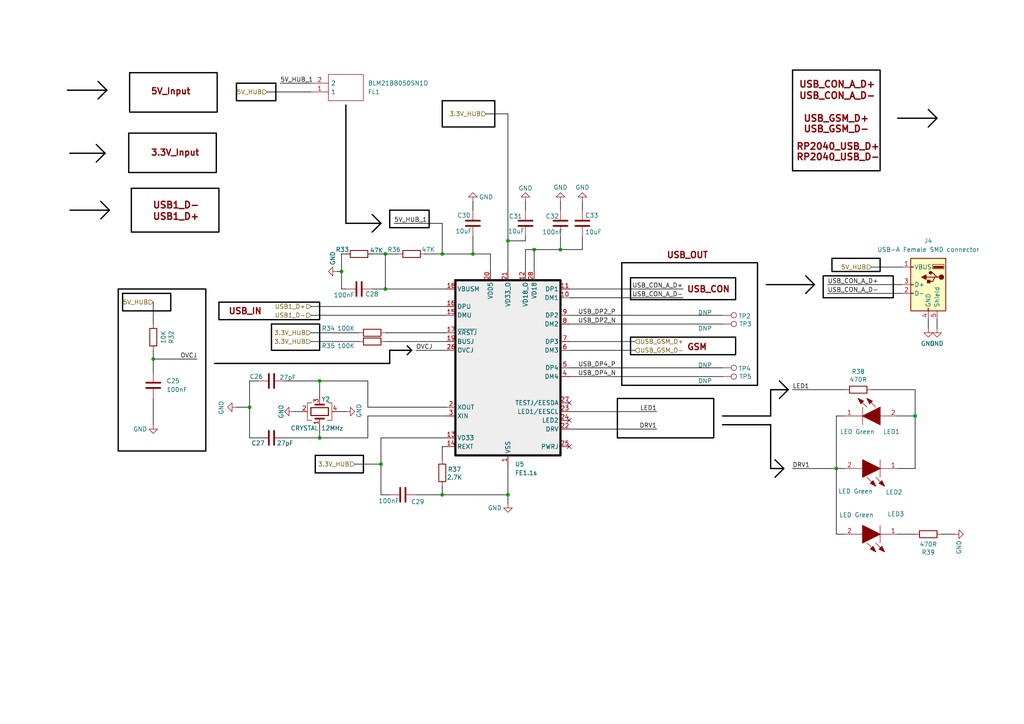
<source format=kicad_sch>
(kicad_sch (version 20250114) (generator "eeschema") (generator_version "9.0")
  (paper "A4")
  (title_block (company "SmartEQ Information Technologies"))
  (lib_symbols
    (symbol "150080VS75000:150080VS75000" (pin_names (offset 0.762))
      (property "Reference" "LED" (at 12.7 8.89 0))
      (property "Value" "150080VS75000" (at 12.7 6.35 0))
      (symbol "150080VS75000_0_0"
        (pin passive line (at 0 0 0) (length 2.54) (name "~") (number "1"))
        (pin passive line (at 15.24 0 180) (length 2.54) (name "~") (number "2"))
      )
      (symbol "150080VS75000_0_1"
        (polyline (pts (xy 2.54 0) (xy 5.08 0)) (stroke (width 0.1524)))
        (polyline (pts (xy 5.08 2.54) (xy 5.08 -2.54)) (stroke (width 0.1524)))
        (polyline (pts (xy 5.08 0) (xy 10.16 2.54) (xy 10.16 -2.54) (xy 5.08 0)) (stroke (width 0.254)) (fill (type outline)))
        (polyline (pts (xy 5.334 4.318) (xy 4.572 3.556) (xy 3.81 5.08) (xy 5.334 4.318)) (stroke (width 0.254)) (fill (type outline)))
        (polyline (pts (xy 6.35 2.54) (xy 3.81 5.08)) (stroke (width 0.1524)))
        (polyline (pts (xy 7.874 4.318) (xy 7.112 3.556) (xy 6.35 5.08) (xy 7.874 4.318)) (stroke (width 0.254)) (fill (type outline)))
        (polyline (pts (xy 8.89 2.54) (xy 6.35 5.08)) (stroke (width 0.1524)))
        (polyline (pts (xy 10.16 0) (xy 12.7 0)) (stroke (width 0.1524)))
      )
    )
    (symbol "BLM21BB050SN1D:BLM21BB050SN1D" (pin_names (offset 0.762))
      (property "Reference" "FL" (at 16.51 7.62 0))
      (property "Value" "BLM21BB050SN1D" (at 16.51 5.08 0))
      (symbol "BLM21BB050SN1D_0_0"
        (pin passive line (at 0 0 0) (length 5.08) (name "1") (number "1"))
        (pin passive line (at 0 -2.54 0) (length 5.08) (name "2") (number "2"))
      )
      (symbol "BLM21BB050SN1D_0_1"
        (polyline (pts (xy 5.08 2.54) (xy 15.24 2.54) (xy 15.24 -5.08) (xy 5.08 -5.08) (xy 5.08 2.54)) (stroke (width 0.1524)))
      )
    )
    (symbol "Connector:TestPoint" (pin_numbers (hide yes)) (pin_names (offset 0.762) (hide yes))
      (property "Reference" "TP" (at 0 6.858 0))
      (property "Value" "TestPoint" (at 0 5.08 0))
      (symbol "TestPoint_0_1"
        (circle (center 0 3.302) (radius 0.762))
      )
      (symbol "TestPoint_1_1"
        (pin passive line (at 0 0 90) (length 2.54) (name "1") (number "1"))
      )
    )
    (symbol "Connector:USB_A" (pin_names (offset 1.016))
      (property "Reference" "J" (at -5.08 11.43 0))
      (property "Value" "USB_A" (at -5.08 8.89 0))
      (symbol "USB_A_0_1"
        (rectangle (start -5.08 -7.62) (end 5.08 7.62) (stroke (width 0.254)) (fill (type background)))
        (circle (center -3.81 2.159) (radius 0.635) (stroke (width 0.254)) (fill (type outline)))
        (polyline (pts (xy -3.175 2.159) (xy -2.54 2.159) (xy -1.27 3.429) (xy -0.635 3.429)) (stroke (width 0.254)))
        (polyline (pts (xy -2.54 2.159) (xy -1.905 2.159) (xy -1.27 0.889) (xy 0 0.889)) (stroke (width 0.254)))
        (rectangle (start -1.524 4.826) (end -4.318 5.334) (fill (type outline)))
        (rectangle (start -1.27 4.572) (end -4.572 5.842))
        (circle (center -0.635 3.429) (radius 0.381) (stroke (width 0.254)) (fill (type outline)))
        (rectangle (start -0.127 -7.62) (end 0.127 -6.858))
        (rectangle (start 0.254 1.27) (end -0.508 0.508) (stroke (width 0.254)) (fill (type outline)))
        (polyline (pts (xy 0.635 2.794) (xy 0.635 1.524) (xy 1.905 2.159) (xy 0.635 2.794)) (stroke (width 0.254)) (fill (type outline)))
        (rectangle (start 5.08 4.953) (end 4.318 5.207))
        (rectangle (start 5.08 -0.127) (end 4.318 0.127))
        (rectangle (start 5.08 -2.667) (end 4.318 -2.413))
      )
      (symbol "USB_A_1_1"
        (polyline (pts (xy -1.905 2.159) (xy 0.635 2.159)) (stroke (width 0.254)))
        (pin passive line (at -2.54 -10.16 90) (length 2.54) (name "Shield") (number "5"))
        (pin power_in line (at 0 -10.16 90) (length 2.54) (name "GND") (number "4"))
        (pin power_in line (at 7.62 5.08 180) (length 2.54) (name "VBUS") (number "1"))
        (pin bidirectional line (at 7.62 0 180) (length 2.54) (name "D+") (number "3"))
        (pin bidirectional line (at 7.62 -2.54 180) (length 2.54) (name "D-") (number "2"))
      )
    )
    (symbol "Device:C" (pin_numbers (hide yes)) (pin_names (offset 0.254))
      (property "Reference" "C" (at 0.635 2.54 0))
      (property "Value" "C" (at 0.635 -2.54 0))
      (symbol "C_0_1"
        (polyline (pts (xy -2.032 0.762) (xy 2.032 0.762)) (stroke (width 0.508)))
        (polyline (pts (xy -2.032 -0.762) (xy 2.032 -0.762)) (stroke (width 0.508)))
      )
      (symbol "C_1_1"
        (pin passive line (at 0 3.81 270) (length 2.794) (name "~") (number "1"))
        (pin passive line (at 0 -3.81 90) (length 2.794) (name "~") (number "2"))
      )
    )
    (symbol "Device:Crystal_GND24" (pin_names (offset 1.016) (hide yes))
      (property "Reference" "Y" (at 3.175 5.08 0))
      (property "Value" "Crystal_GND24" (at 3.175 3.175 0))
      (symbol "Crystal_GND24_0_1"
        (polyline (pts (xy -2.54 2.286) (xy -2.54 3.556) (xy 2.54 3.556) (xy 2.54 2.286)))
        (polyline (pts (xy -2.54 0) (xy -2.032 0)))
        (polyline (pts (xy -2.54 -2.286) (xy -2.54 -3.556) (xy 2.54 -3.556) (xy 2.54 -2.286)))
        (polyline (pts (xy -2.032 -1.27) (xy -2.032 1.27)) (stroke (width 0.508)))
        (rectangle (start -1.143 2.54) (end 1.143 -2.54) (stroke (width 0.3048)))
        (polyline (pts (xy 0 3.556) (xy 0 3.81)))
        (polyline (pts (xy 0 -3.81) (xy 0 -3.556)))
        (polyline (pts (xy 2.032 0) (xy 2.54 0)))
        (polyline (pts (xy 2.032 -1.27) (xy 2.032 1.27)) (stroke (width 0.508)))
      )
      (symbol "Crystal_GND24_1_1"
        (pin passive line (at -3.81 0 0) (length 1.27) (name "1") (number "1"))
        (pin passive line (at 0 5.08 270) (length 1.27) (name "2") (number "2"))
        (pin passive line (at 0 -5.08 90) (length 1.27) (name "4") (number "4"))
        (pin passive line (at 3.81 0 180) (length 1.27) (name "3") (number "3"))
      )
    )
    (symbol "Device:R" (pin_numbers (hide yes)) (pin_names (offset 0))
      (property "Reference" "R" (at 2.032 0 90))
      (property "Value" "R" (at 0 0 90))
      (symbol "R_0_1"
        (rectangle (start -1.016 -2.54) (end 1.016 2.54) (stroke (width 0.254)))
      )
      (symbol "R_1_1"
        (pin passive line (at 0 3.81 270) (length 1.27) (name "~") (number "1"))
        (pin passive line (at 0 -3.81 90) (length 1.27) (name "~") (number "2"))
      )
    )
    (symbol "FE1.1s_1"
      (property "Reference" "U5" (at 2.0194 -27.94 0))
      (property "Value" "FE1.1s" (at 2.0194 -30.48 0))
      (symbol "FE1.1s_1_1_1"
        (rectangle (start -15.24 25.4) (end 15.24 -25.4) (stroke (width 0.635) (color 0 0 0 1)) (fill (type color) (color 238 238 238 1)))
        (pin input line (at -17.78 22.86 0) (length 2.54) (name "VBUSM") (number "18"))
        (pin bidirectional line (at -17.78 17.78 0) (length 2.54) (name "DPU") (number "16"))
        (pin bidirectional line (at -17.78 15.24 0) (length 2.54) (name "DMU") (number "15"))
        (pin input line (at -17.78 10.16 0) (length 2.54) (name "~{XRSTJ}") (number "17"))
        (pin input line (at -17.78 7.62 0) (length 2.54) (name "BUSJ") (number "19"))
        (pin input line (at -17.78 5.08 0) (length 2.54) (name "OVCJ") (number "26"))
        (pin output line (at -17.78 -11.43 0) (length 2.54) (name "XOUT") (number "2"))
        (pin input line (at -17.78 -13.97 0) (length 2.54) (name "XIN") (number "3"))
        (pin power_in line (at -17.78 -20.32 0) (length 2.54) (name "VD33") (number "13"))
        (pin passive line (at -17.78 -22.86 0) (length 2.54) (name "REXT") (number "14"))
        (pin power_in line (at -5.08 27.94 270) (length 2.54) (name "VDD5") (number "20"))
        (pin power_out line (at 0 27.94 270) (length 2.54) (name "VD33_O") (number "21"))
        (pin power_in line (at 0 -27.94 90) (length 2.54) (name "VSS") (number "1"))
        (pin power_out line (at 5.08 27.94 270) (length 2.54) (name "VD18_O") (number "12"))
        (pin power_in line (at 7.62 27.94 270) (length 2.54) (name "VD18") (number "28"))
        (pin bidirectional line (at 17.78 22.86 180) (length 2.54) (name "DP1") (number "11"))
        (pin bidirectional line (at 17.78 20.32 180) (length 2.54) (name "DM1") (number "10"))
        (pin bidirectional line (at 17.78 15.24 180) (length 2.54) (name "DP2") (number "9"))
        (pin bidirectional line (at 17.78 12.7 180) (length 2.54) (name "DM2") (number "8"))
        (pin bidirectional line (at 17.78 7.62 180) (length 2.54) (name "DP3") (number "7"))
        (pin bidirectional line (at 17.78 5.08 180) (length 2.54) (name "DM3") (number "6"))
        (pin bidirectional line (at 17.78 0 180) (length 2.54) (name "DP4") (number "5"))
        (pin bidirectional line (at 17.78 -2.54 180) (length 2.54) (name "DM4") (number "4"))
        (pin bidirectional line (at 17.78 -10.16 180) (length 2.54) (name "TESTJ/EESDA") (number "27"))
        (pin bidirectional line (at 17.78 -12.7 180) (length 2.54) (name "LED1/EESCL") (number "23"))
        (pin bidirectional line (at 17.78 -15.24 180) (length 2.54) (name "LED2") (number "24"))
        (pin bidirectional line (at 17.78 -17.78 180) (length 2.54) (name "DRV") (number "22"))
        (pin output line (at 17.78 -22.86 180) (length 2.54) (name "PWRJ") (number "25"))
      )
    )
    (symbol "power:GND" (power) (pin_names (offset 0))
      (property "Value" "GND" (at 0 -3.81 0))
      (symbol "GND_0_1"
        (polyline (pts (xy 0 0) (xy 0 -1.27) (xy 1.27 -1.27) (xy 0 -2.54) (xy -1.27 -1.27) (xy 0 -1.27)))
      )
      (symbol "GND_1_1"
        (pin power_in line (at 0 0 270) (length 0) (hide yes) (name "GND") (number "1"))
      )
    )
  )
  (rectangle (start 238.76 80.01) (end 259.08 86.36) (stroke (width 0.381) (color 0 0 0 1)))
  (rectangle (start 113.03 60.96) (end 124.46 66.04) (stroke (width 0.381) (color 0 0 0 1)))
  (rectangle (start 179.07 115.57) (end 207.01 127) (stroke (width 0.381) (color 0 0 0 1)))
  (rectangle (start 182.88 80.5615) (end 213.36 86.9115) (stroke (width 0.381) (color 0 0 0 1)))
  (rectangle (start 241.3 74.93) (end 255.27 78.74) (stroke (width 0.381) (color 0 0 0 1)))
  (rectangle (start 128.27 29.21) (end 143.51 36.83) (stroke (width 0.381) (color 0 0 0 1)))
  (rectangle (start 37.338 38.608) (end 62.738 50.038) (stroke (width 0.381) (color 0 0 0 1)))
  (rectangle (start 68.58 24.13) (end 80.01 29.21) (stroke (width 0.381) (color 0 0 0 1)))
  (rectangle (start 78.74 93.98) (end 92.71 101.6) (stroke (width 0.381) (color 0 0 0 1)))
  (rectangle (start 35.56 85.09) (end 49.53 90.17) (stroke (width 0.381) (color 0 0 0 1)))
  (rectangle (start 37.592 21.082) (end 62.992 32.512) (stroke (width 0.381) (color 0 0 0 1)))
  (rectangle (start 182.88 97.79) (end 213.36 102.87) (stroke (width 0.381) (color 0 0 0 1)))
  (rectangle (start 38.1 54.61) (end 63.5 67.31) (stroke (width 0.381) (color 0 0 0 1)))
  (rectangle (start 34.29 83.82) (end 59.69 130.81) (stroke (width 0.381) (color 0 0 0 1)))
  (rectangle (start 229.87 20.32) (end 255.27 49.53) (stroke (width 0.381) (color 0 0 0 1)))
  (rectangle (start 63.5 87.63) (end 92.71 92.71) (stroke (width 0.381) (color 0 0 0 1)))
  (rectangle (start 91.44 132.08) (end 105.41 137.16) (stroke (width 0.381) (color 0 0 0 1)))
  (rectangle (start 180.34 76.2) (end 219.71 111.76) (stroke (width 0.381) (color 0 0 0 1)))
  (text "USB1_D+" (at 51.054 62.992 0) (effects (font (size 1.905 1.905) (thickness 0.381) (bold yes))))
  (text "USB_GSM_D+" (at 242.57 34.544 0) (effects (font (size 1.905 1.905) (thickness 0.381) (bold yes))))
  (text "GSM" (at 202.184 100.838 0) (effects (font (size 1.778 1.778) (bold yes))))
  (text "USB_CON_A_D+" (at 242.824 24.638 0) (effects (font (size 1.905 1.905) (thickness 0.381) (bold yes))))
  (text "USB_IN" (at 71.12 90.424 0) (effects (font (size 1.778 1.778) (bold yes))))
  (text "5V_Input" (at 49.53 26.67 0) (effects (font (size 1.778 1.778) (bold yes))))
  (text "RP2040_USB_D+" (at 243.078 42.672 0) (effects (font (size 1.905 1.905) (thickness 0.381) (bold yes))))
  (text "USB_CON_A_D-" (at 242.824 27.94 0) (effects (font (size 1.905 1.905) (thickness 0.381) (bold yes))))
  (text "USB_GSM_D-" (at 242.57 37.592 0) (effects (font (size 1.905 1.905) (thickness 0.381) (bold yes))))
  (text "RP2040_USB_D-" (at 243.078 45.72 0) (effects (font (size 1.905 1.905) (thickness 0.381) (bold yes))))
  (text "USB_OUT" (at 199.39 74.168 0) (effects (font (size 1.778 1.778) (bold yes))))
  (text "USB1_D-" (at 51.054 59.69 0) (effects (font (size 1.905 1.905) (thickness 0.381) (bold yes))))
  (text "3.3V_Input\n" (at 50.8 44.45 0) (effects (font (size 1.778 1.778) (bold yes))))
  (text "USB_CON" (at 205.486 84.074 0) (effects (font (size 1.778 1.778) (bold yes))))
  (junction (at 92.71 127))
  (junction (at 128.27 73.66))
  (junction (at 111.76 73.66))
  (junction (at 128.27 143.51))
  (junction (at 162.56 72.39))
  (junction (at 72.39 118.11))
  (junction (at 242.57 135.89))
  (junction (at 99.06 78.74))
  (junction (at 111.76 83.82))
  (junction (at 154.94 72.39))
  (junction (at 137.16 73.66))
  (junction (at 44.45 104.14))
  (junction (at 92.71 110.49))
  (junction (at 147.32 69.85))
  (junction (at 110.49 134.62))
  (junction (at 265.43 120.65))
  (junction (at 147.32 143.51))
  (no_connect (at 165.1 121.92))
  (no_connect (at 165.1 129.54))
  (no_connect (at 165.1 116.84))
  (wire (pts (xy 128.27 129.54) (xy 129.54 129.54)) (stroke (width 0.1778) (color 0 0 0 1)))
  (wire (pts (xy 110.49 127) (xy 129.54 127)) (stroke (width 0.1778) (color 0 0 0 1)))
  (polyline (pts (xy 269.24 31.75) (xy 271.78 34.29)) (stroke (width 0.381) (color 0 0 0 1)))
  (wire (pts (xy 265.43 120.65) (xy 265.43 135.89)) (stroke (width 0.1778) (color 0 0 0 1)))
  (wire (pts (xy 137.16 68.58) (xy 137.16 73.66)) (stroke (width 0.1778) (color 0 0 0 1)))
  (wire (pts (xy 152.4 69.85) (xy 152.4 68.58)) (stroke (width 0.1778) (color 0 0 0 1)))
  (wire (pts (xy 111.76 73.66) (xy 115.57 73.66)) (stroke (width 0.1778) (color 0 0 0 1)))
  (wire (pts (xy 110.49 127) (xy 110.49 134.62)) (stroke (width 0.1778) (color 0 0 0 1)))
  (wire (pts (xy 152.4 60.96) (xy 152.4 58.42)) (stroke (width 0.1778) (color 0 0 0 1)))
  (polyline (pts (xy 223.52 135.89) (xy 227.33 135.89)) (stroke (width 0.381) (color 0 0 0 1)))
  (polyline (pts (xy 222.25 82.55) (xy 236.22 82.55)) (stroke (width 0.381) (color 0 0 0 1)))
  (wire (pts (xy 85.09 119.38) (xy 87.63 119.38)) (stroke (width 0.1778) (color 0 0 0 1)))
  (wire (pts (xy 165.1 109.22) (xy 209.55 109.22)) (stroke (width 0.1778) (color 0 0 0 1)))
  (polyline (pts (xy 31.75 60.96) (xy 29.21 63.5)) (stroke (width 0.381) (color 0 0 0 1)))
  (wire (pts (xy 72.39 118.11) (xy 68.58 118.11)) (stroke (width 0.1778) (color 0 0 0 1)))
  (wire (pts (xy 252.73 113.03) (xy 265.43 113.03)) (stroke (width 0.1778) (color 0 0 0 1)))
  (polyline (pts (xy 233.68 85.09) (xy 236.22 82.55)) (stroke (width 0.381) (color 0 0 0 1)))
  (wire (pts (xy 99.06 78.74) (xy 99.06 83.82)) (stroke (width 0.1778) (color 0 0 0 1)))
  (wire (pts (xy 190.5 124.46) (xy 165.1 124.46)) (stroke (width 0.1778) (color 0 0 0 1)))
  (polyline (pts (xy 31.75 60.96) (xy 20.32 60.96)) (stroke (width 0.381) (color 0 0 0 1)))
  (wire (pts (xy 129.54 118.11) (xy 106.68 118.11)) (stroke (width 0.1778) (color 0 0 0 1)))
  (polyline (pts (xy 233.68 80.01) (xy 236.22 82.55)) (stroke (width 0.381) (color 0 0 0 1)))
  (wire (pts (xy 128.27 140.97) (xy 128.27 143.51)) (stroke (width 0.1778) (color 0 0 0 1)))
  (polyline (pts (xy 209.55 123.19) (xy 218.44 123.19)) (stroke (width 0.381) (color 0 0 0 1)))
  (wire (pts (xy 72.39 127) (xy 72.39 118.11)) (stroke (width 0.1778) (color 0 0 0 1)))
  (wire (pts (xy 44.45 87.63) (xy 44.45 93.98)) (stroke (width 0.1778) (color 0 0 0 1)))
  (wire (pts (xy 90.17 88.9) (xy 129.54 88.9)) (stroke (width 0.1778) (color 0 0 0 1)))
  (wire (pts (xy 128.27 129.54) (xy 128.27 133.35)) (stroke (width 0.1778) (color 0 0 0 1)))
  (wire (pts (xy 190.5 119.38) (xy 165.1 119.38)) (stroke (width 0.1778) (color 0 0 0 1)))
  (wire (pts (xy 110.49 134.62) (xy 110.49 143.51)) (stroke (width 0.1778) (color 0 0 0 1)))
  (wire (pts (xy 147.32 143.51) (xy 147.32 146.05)) (stroke (width 0.1778) (color 0 0 0 1)))
  (wire (pts (xy 107.95 73.66) (xy 111.76 73.66)) (stroke (width 0.1778) (color 0 0 0 1)))
  (wire (pts (xy 137.16 58.42) (xy 137.16 60.96)) (stroke (width 0.1778) (color 0 0 0 1)))
  (wire (pts (xy 265.43 120.65) (xy 260.35 120.65)) (stroke (width 0.1778) (color 0 0 0 1)))
  (wire (pts (xy 209.55 91.44) (xy 165.1 91.44)) (stroke (width 0.1778) (color 0 0 0 1)))
  (wire (pts (xy 77.47 26.67) (xy 90.17 26.67)) (stroke (width 0.1778) (color 0 0 0 1)))
  (wire (pts (xy 90.17 99.06) (xy 104.14 99.06)) (stroke (width 0.1778) (color 0 0 0 1)))
  (wire (pts (xy 106.68 118.11) (xy 106.68 110.49)) (stroke (width 0.1778) (color 0 0 0 1)))
  (wire (pts (xy 154.94 72.39) (xy 154.94 78.74)) (stroke (width 0.1778) (color 0 0 0 1)))
  (wire (pts (xy 120.65 143.51) (xy 128.27 143.51)) (stroke (width 0.1778) (color 0 0 0 1)))
  (polyline (pts (xy 271.78 34.29) (xy 269.24 36.83)) (stroke (width 0.381) (color 0 0 0 1)))
  (polyline (pts (xy 226.06 110.49) (xy 228.6 113.03)) (stroke (width 0.381) (color 0 0 0 1)))
  (wire (pts (xy 74.93 127) (xy 72.39 127)) (stroke (width 0.1778) (color 0 0 0 1)))
  (wire (pts (xy 100.33 119.38) (xy 97.79 119.38)) (stroke (width 0.1778) (color 0 0 0 1)))
  (wire (pts (xy 72.39 110.49) (xy 74.93 110.49)) (stroke (width 0.1778) (color 0 0 0 1)))
  (polyline (pts (xy 20.32 44.45) (xy 20.32 44.45)) (stroke (width 0.381) (color 0 0 0 1)))
  (wire (pts (xy 92.71 123.19) (xy 92.71 127)) (stroke (width 0.1778) (color 0 0 0 1)))
  (wire (pts (xy 265.43 135.89) (xy 260.35 135.89)) (stroke (width 0.1778) (color 0 0 0 1)))
  (wire (pts (xy 162.56 58.42) (xy 162.56 60.96)) (stroke (width 0.1778) (color 0 0 0 1)))
  (wire (pts (xy 99.06 78.74) (xy 97.79 78.74)) (stroke (width 0.1778) (color 0 0 0 1)))
  (wire (pts (xy 81.28 24.13) (xy 90.17 24.13)) (stroke (width 0.1778) (color 0 0 0 1)))
  (wire (pts (xy 162.56 72.39) (xy 168.91 72.39)) (stroke (width 0.1778) (color 0 0 0 1)))
  (wire (pts (xy 106.68 120.65) (xy 106.68 127)) (stroke (width 0.1778) (color 0 0 0 1)))
  (wire (pts (xy 147.32 134.62) (xy 147.32 143.51)) (stroke (width 0.1778) (color 0 0 0 1)))
  (wire (pts (xy 242.57 154.94) (xy 242.57 135.89)) (stroke (width 0.1778) (color 0 0 0 1)))
  (polyline (pts (xy 223.52 113.03) (xy 228.6 113.03)) (stroke (width 0.381) (color 0 0 0 1)))
  (polyline (pts (xy 100.33 30.48) (xy 100.33 64.77)) (stroke (width 0.381) (color 0 0 0 1)))
  (wire (pts (xy 147.32 69.85) (xy 152.4 69.85)) (stroke (width 0.1778) (color 0 0 0 1)))
  (wire (pts (xy 140.97 33.02) (xy 147.32 33.02)) (stroke (width 0.1778) (color 0 0 0 1)))
  (polyline (pts (xy 100.33 64.77) (xy 110.49 64.77)) (stroke (width 0.381) (color 0 0 0 1)))
  (polyline (pts (xy 30.48 44.45) (xy 27.94 46.99)) (stroke (width 0.381) (color 0 0 0 1)))
  (wire (pts (xy 92.71 110.49) (xy 92.71 115.57)) (stroke (width 0.1778) (color 0 0 0 1)))
  (wire (pts (xy 152.4 72.39) (xy 152.4 78.74)) (stroke (width 0.1778) (color 0 0 0 1)))
  (wire (pts (xy 114.3 64.77) (xy 128.27 64.77)) (stroke (width 0.1778) (color 0 0 0 1)))
  (wire (pts (xy 107.95 83.82) (xy 111.76 83.82)) (stroke (width 0.1778) (color 0 0 0 1)))
  (wire (pts (xy 269.24 95.25) (xy 269.24 92.71)) (stroke (width 0.1778) (color 0 0 0 1)))
  (wire (pts (xy 242.57 135.89) (xy 229.87 135.89)) (stroke (width 0.1778) (color 0 0 0 1)))
  (polyline (pts (xy 30.48 44.45) (xy 20.32 44.45)) (stroke (width 0.381) (color 0 0 0 1)))
  (polyline (pts (xy 113.03 101.6) (xy 113.03 105.41)) (stroke (width 0.381) (color 0 0 0 1)))
  (wire (pts (xy 209.55 106.68) (xy 165.1 106.68)) (stroke (width 0.1778) (color 0 0 0 1)))
  (wire (pts (xy 168.91 58.42) (xy 168.91 60.96)) (stroke (width 0.1778) (color 0 0 0 1)))
  (wire (pts (xy 184.15 101.6) (xy 165.1 101.6)) (stroke (width 0.1778) (color 0 0 0 1)))
  (wire (pts (xy 82.55 127) (xy 92.71 127)) (stroke (width 0.1778) (color 0 0 0 1)))
  (wire (pts (xy 276.86 154.94) (xy 273.05 154.94)) (stroke (width 0.1778) (color 0 0 0 1)))
  (wire (pts (xy 99.06 73.66) (xy 99.06 78.74)) (stroke (width 0.1778) (color 0 0 0 1)))
  (polyline (pts (xy 224.79 133.35) (xy 227.33 135.89)) (stroke (width 0.381) (color 0 0 0 1)))
  (polyline (pts (xy 107.95 67.31) (xy 110.49 64.77)) (stroke (width 0.381) (color 0 0 0 1)))
  (wire (pts (xy 90.17 96.52) (xy 104.14 96.52)) (stroke (width 0.1778) (color 0 0 0 1)))
  (wire (pts (xy 129.54 120.65) (xy 106.68 120.65)) (stroke (width 0.1778) (color 0 0 0 1)))
  (wire (pts (xy 111.76 99.06) (xy 129.54 99.06)) (stroke (width 0.1778) (color 0 0 0 1)))
  (polyline (pts (xy 118.11 100.33) (xy 119.38 101.6)) (stroke (width 0.381) (color 0 0 0 1)))
  (wire (pts (xy 242.57 120.65) (xy 245.11 120.65)) (stroke (width 0.1778) (color 0 0 0 1)))
  (polyline (pts (xy 118.11 102.87) (xy 119.38 101.6)) (stroke (width 0.381) (color 0 0 0 1)))
  (polyline (pts (xy 30.988 26.162) (xy 19.558 26.162)) (stroke (width 0.381) (color 0 0 0 1)))
  (wire (pts (xy 240.03 85.09) (xy 261.62 85.09)) (stroke (width 0.1778) (color 0 0 0 1)))
  (wire (pts (xy 265.43 154.94) (xy 260.35 154.94)) (stroke (width 0.1778) (color 0 0 0 1)))
  (wire (pts (xy 165.1 83.82) (xy 198.12 83.82)) (stroke (width 0.1778) (color 0 0 0 1)))
  (polyline (pts (xy 223.52 123.19) (xy 223.52 135.89)) (stroke (width 0.381) (color 0 0 0 1)))
  (wire (pts (xy 162.56 68.58) (xy 162.56 72.39)) (stroke (width 0.1778) (color 0 0 0 1)))
  (wire (pts (xy 242.57 135.89) (xy 242.57 120.65)) (stroke (width 0.1778) (color 0 0 0 1)))
  (polyline (pts (xy 209.55 120.65) (xy 218.44 120.65)) (stroke (width 0.381) (color 0 0 0 1)))
  (wire (pts (xy 90.17 91.44) (xy 129.54 91.44)) (stroke (width 0.1778) (color 0 0 0 1)))
  (wire (pts (xy 106.68 110.49) (xy 92.71 110.49)) (stroke (width 0.1778) (color 0 0 0 1)))
  (polyline (pts (xy 27.94 41.91) (xy 30.48 44.45)) (stroke (width 0.381) (color 0 0 0 1)))
  (wire (pts (xy 152.4 72.39) (xy 154.94 72.39)) (stroke (width 0.1778) (color 0 0 0 1)))
  (wire (pts (xy 44.45 123.19) (xy 44.45 115.57)) (stroke (width 0.1778) (color 0 0 0 1)))
  (wire (pts (xy 82.55 110.49) (xy 92.71 110.49)) (stroke (width 0.1778) (color 0 0 0 1)))
  (polyline (pts (xy 223.52 113.03) (xy 223.52 120.65)) (stroke (width 0.381) (color 0 0 0 1)))
  (polyline (pts (xy 107.95 62.23) (xy 110.49 64.77)) (stroke (width 0.381) (color 0 0 0 1)))
  (wire (pts (xy 142.24 78.74) (xy 142.24 73.66)) (stroke (width 0.1778) (color 0 0 0 1)))
  (wire (pts (xy 245.11 135.89) (xy 242.57 135.89)) (stroke (width 0.1778) (color 0 0 0 1)))
  (wire (pts (xy 265.43 113.03) (xy 265.43 120.65)) (stroke (width 0.1778) (color 0 0 0 1)))
  (wire (pts (xy 147.32 69.85) (xy 147.32 78.74)) (stroke (width 0.1778) (color 0 0 0 1)))
  (polyline (pts (xy 218.44 120.65) (xy 223.52 120.65)) (stroke (width 0.381) (color 0 0 0 1)))
  (wire (pts (xy 229.87 113.03) (xy 245.11 113.03)) (stroke (width 0.1778) (color 0 0 0 1)))
  (polyline (pts (xy 224.79 138.43) (xy 227.33 135.89)) (stroke (width 0.381) (color 0 0 0 1)))
  (wire (pts (xy 72.39 110.49) (xy 72.39 118.11)) (stroke (width 0.1778) (color 0 0 0 1)))
  (wire (pts (xy 102.87 134.62) (xy 110.49 134.62)) (stroke (width 0.1778) (color 0 0 0 1)))
  (polyline (pts (xy 218.44 123.19) (xy 223.52 123.19)) (stroke (width 0.381) (color 0 0 0 1)))
  (wire (pts (xy 99.06 73.66) (xy 100.33 73.66)) (stroke (width 0.1778) (color 0 0 0 1)))
  (wire (pts (xy 128.27 64.77) (xy 128.27 73.66)) (stroke (width 0.1778) (color 0 0 0 1)))
  (wire (pts (xy 110.49 143.51) (xy 113.03 143.51)) (stroke (width 0.1778) (color 0 0 0 1)))
  (wire (pts (xy 99.06 83.82) (xy 100.33 83.82)) (stroke (width 0.1778) (color 0 0 0 1)))
  (wire (pts (xy 245.11 154.94) (xy 242.57 154.94)) (stroke (width 0.1778) (color 0 0 0 1)))
  (wire (pts (xy 128.27 73.66) (xy 137.16 73.66)) (stroke (width 0.1778) (color 0 0 0 1)))
  (wire (pts (xy 184.15 99.06) (xy 165.1 99.06)) (stroke (width 0.1778) (color 0 0 0 1)))
  (wire (pts (xy 154.94 72.39) (xy 162.56 72.39)) (stroke (width 0.1778) (color 0 0 0 1)))
  (wire (pts (xy 147.32 33.02) (xy 147.32 69.85)) (stroke (width 0.1778) (color 0 0 0 1)))
  (wire (pts (xy 111.76 96.52) (xy 129.54 96.52)) (stroke (width 0.1778) (color 0 0 0 1)))
  (wire (pts (xy 44.45 104.14) (xy 44.45 107.95)) (stroke (width 0.1778) (color 0 0 0 1)))
  (polyline (pts (xy 226.06 115.57) (xy 228.6 113.03)) (stroke (width 0.381) (color 0 0 0 1)))
  (polyline (pts (xy 30.988 26.162) (xy 28.448 28.702)) (stroke (width 0.381) (color 0 0 0 1)))
  (wire (pts (xy 106.68 127) (xy 92.71 127)) (stroke (width 0.1778) (color 0 0 0 1)))
  (wire (pts (xy 252.73 77.47) (xy 261.62 77.47)) (stroke (width 0.1778) (color 0 0 0 1)))
  (polyline (pts (xy 28.448 23.622) (xy 30.988 26.162)) (stroke (width 0.381) (color 0 0 0 1)))
  (wire (pts (xy 271.78 95.25) (xy 271.78 92.71)) (stroke (width 0.1778) (color 0 0 0 1)))
  (wire (pts (xy 111.76 73.66) (xy 111.76 83.82)) (stroke (width 0.1778) (color 0 0 0 1)))
  (wire (pts (xy 44.45 101.6) (xy 44.45 104.14)) (stroke (width 0.1778) (color 0 0 0 1)))
  (polyline (pts (xy 271.78 34.29) (xy 260.35 34.29)) (stroke (width 0.381) (color 0 0 0 1)))
  (polyline (pts (xy 113.03 101.6) (xy 119.38 101.6)) (stroke (width 0.381) (color 0 0 0 1)))
  (polyline (pts (xy 62.23 105.41) (xy 113.03 105.41)) (stroke (width 0.381) (color 0 0 0 1)))
  (wire (pts (xy 168.91 68.58) (xy 168.91 72.39)) (stroke (width 0.1778) (color 0 0 0 1)))
  (wire (pts (xy 142.24 73.66) (xy 137.16 73.66)) (stroke (width 0.1778) (color 0 0 0 1)))
  (wire (pts (xy 57.15 104.14) (xy 44.45 104.14)) (stroke (width 0.1778) (color 0 0 0 1)))
  (wire (pts (xy 198.12 86.36) (xy 165.1 86.36)) (stroke (width 0.1778) (color 0 0 0 1)))
  (polyline (pts (xy 29.21 58.42) (xy 31.75 60.96)) (stroke (width 0.381) (color 0 0 0 1)))
  (wire (pts (xy 240.03 82.55) (xy 261.62 82.55)) (stroke (width 0.1778) (color 0 0 0 1)))
  (wire (pts (xy 123.19 73.66) (xy 128.27 73.66)) (stroke (width 0.1778) (color 0 0 0 1)))
  (wire (pts (xy 128.27 143.51) (xy 147.32 143.51)) (stroke (width 0.1778) (color 0 0 0 1)))
  (wire (pts (xy 111.76 83.82) (xy 129.54 83.82)) (stroke (width 0.1778) (color 0 0 0 1)))
  (wire (pts (xy 165.1 93.98) (xy 209.55 93.98)) (stroke (width 0.1778) (color 0 0 0 1)))
  (wire (pts (xy 120.65 101.6) (xy 129.54 101.6)) (stroke (width 0.1778) (color 0 0 0 1)))
  (label "USB_CON_A_D+" (at 240.03 82.55 0))
  (label "USB_DP2_P" (at 167.64 91.44 0))
  (label "OVCJ" (at 120.65 101.6 0))
  (label "USB_DP4_N" (at 167.64 109.22 0))
  (label "DRV1" (at 190.5 124.46 180))
  (label "USB_DP4_P" (at 167.64 106.68 0))
  (label "USB_CON_A_D-" (at 198.12 86.36 180))
  (label "LED1" (at 190.5 119.38 180))
  (label "DRV1" (at 229.87 135.89 0))
  (label "USB_DP2_N" (at 167.64 93.98 0))
  (label "5V_HUB_1" (at 114.3 64.77 0))
  (label "LED1" (at 229.87 113.03 0))
  (label "USB_CON_A_D-" (at 240.03 85.09 0))
  (label "USB_CON_A_D+" (at 198.12 83.82 180))
  (label "OVCJ" (at 57.15 104.14 180))
  (label "5V_HUB_1" (at 81.28 24.13 0))
  (hierarchical_label "USB_GSM_D-" (shape input) (at 184.15 101.6 0))
  (hierarchical_label "3.3V_HUB" (shape input) (at 90.17 96.52 180))
  (hierarchical_label "5V_HUB" (shape input) (at 44.45 87.63 180))
  (hierarchical_label "3.3V_HUB" (shape input) (at 102.87 134.62 180))
  (hierarchical_label "USB_GSM_D+" (shape input) (at 184.15 99.06 0))
  (hierarchical_label "3.3V_HUB" (shape input) (at 90.17 99.06 180))
  (hierarchical_label "5V_HUB" (shape input) (at 77.47 26.67 180))
  (hierarchical_label "3.3V_HUB" (shape input) (at 140.97 33.02 180))
  (hierarchical_label "USB1_D+" (shape input) (at 90.17 88.9 180))
  (hierarchical_label "5V_HUB" (shape input) (at 252.73 77.47 180))
  (hierarchical_label "USB1_D-" (shape input) (at 90.17 91.44 180))
  (symbol (lib_id "Device:C") (at 162.56 64.77 180) (unit 1)
    (property "Reference" "C32" (at 158.242 62.738 0) (effects (justify right)))
    (property "Value" "100nF" (at 157.226 67.31 0) (effects (justify right)))
    (property "Footprint" "Capacitor_SMD:C_0603_1608Metric" (effects (hide yes)))
  )
  (symbol (lib_id "Device:R") (at 248.92 113.03 270) (unit 1)
    (property "Reference" "R38" (at 248.92 107.7722 90))
    (property "Value" "470R" (at 248.92 110.0836 90))
    (property "Footprint" "Resistor_SMD:R_0603_1608Metric" (effects (hide yes)))
  )
  (symbol (lib_id "Device:R") (at 44.45 97.79 180) (unit 1)
    (property "Reference" "R32" (at 49.7078 97.79 90))
    (property "Value" "10K" (at 47.3964 97.79 90))
    (property "Footprint" "Resistor_SMD:R_0603_1608Metric" (effects (hide yes)))
  )
  (symbol (lib_id "Device:C") (at 116.84 143.51 90) (unit 1)
    (property "Reference" "C29" (at 121.158 145.542 90))
    (property "Value" "100nF" (at 112.776 145.288 90))
    (property "Footprint" "Capacitor_SMD:C_0603_1608Metric" (effects (hide yes)))
  )
  (symbol (lib_id "Device:R") (at 128.27 137.16 0) (unit 1)
    (property "Reference" "R37" (at 131.826 136.144 0))
    (property "Value" "2.7K" (at 131.826 138.4554 0))
    (property "Footprint" "Resistor_SMD:R_0603_1608Metric" (effects (hide yes)))
  )
  (symbol (lib_id "Device:Crystal_GND24") (at 92.71 119.38 90) (unit 1)
    (property "Reference" "Y2" (at 94.488 115.824 90))
    (property "Value" "CRYSTAL 12MHz" (at 91.948 124.206 90))
    (property "Footprint" "Crystal:Crystal_SMD_3225-4Pin_3.2x2.5mm" (effects (hide yes)))
    (property "Link" "https://www.lcsc.com/product-detail/Crystals_huaxindianzi-CF4012M00020001_C7294551.html" (effects (hide yes)))
    (property "MPN" "CF4012M00020001" (effects (hide yes)))
  )
  (symbol (lib_id "power:GND") (at 269.24 95.25 0) (mirror y) (unit 1)
    (property "Reference" "#PWR050" (effects (hide yes)))
    (property "Value" "GND" (at 269.113 99.6442 0))
  )
  (symbol (lib_id "Connector:TestPoint") (at 209.55 91.44 270) (unit 1)
    (property "Reference" "TP2" (at 214.122 91.694 90) (effects (justify left)))
    (property "Value" "DNP" (at 202.438 90.678 90) (effects (justify left)))
    (property "Footprint" "TestPoint:TestPoint_Pad_D1.0mm" (effects (hide yes)))
    (property "Description" "test point" (effects (hide yes)))
  )
  (symbol (lib_id "power:GND") (at 137.16 58.42 180) (unit 1)
    (property "Reference" "#PWR045" (effects (hide yes)))
    (property "Value" "GND" (at 140.97 57.15 0))
  )
  (symbol (lib_id "power:GND") (at 97.79 78.74 270) (unit 1)
    (property "Reference" "#PWR043" (effects (hide yes)))
    (property "Value" "GND" (at 96.52 74.93 0))
  )
  (symbol (lib_id "power:GND") (at 162.56 58.42 180) (unit 1)
    (property "Reference" "#PWR048" (effects (hide yes)))
    (property "Value" "GND" (at 162.56 54.356 0))
  )
  (symbol (lib_name "FE1.1s_1") (lib_id "Interface_USB:FE1.1s") (at 147.32 106.68 0) (unit 1)
    (property "Reference" "U5" (at 149.3394 134.62 0) (effects (justify left)))
    (property "Value" "FE1.1s" (at 149.3394 137.16 0) (effects (justify left)))
    (property "Footprint" "Package_SO:SSOP-28_3.9x9.9mm_P0.635mm" (effects (hide yes)))
    (property "Datasheet" "https://cdn-shop.adafruit.com/product-files/2991/FE1.1s+Data+Sheet+(Rev.+1.0).pdf" (effects (hide yes)))
    (property "Link" "https://www.lcsc.com/product-detail/USB-ICs_Terminus-Tech-FE1-1S-BSOP28BCN_C9359.html" (effects (hide yes)))
    (property "MPN" "FE1.1S-BSOP28BCN" (effects (hide yes)))
  )
  (symbol (lib_id "power:GND") (at 100.33 119.38 90) (unit 1)
    (property "Reference" "#PWR044" (effects (hide yes)))
    (property "Value" "GND" (at 104.14 119.126 0))
  )
  (symbol (lib_id "power:GND") (at 147.32 146.05 0) (unit 1)
    (property "Reference" "#PWR046" (effects (hide yes)))
    (property "Value" "GND" (at 143.51 147.32 0))
  )
  (symbol (lib_id "power:GND") (at 271.78 95.25 0) (mirror y) (unit 1)
    (property "Reference" "#PWR051" (effects (hide yes)))
    (property "Value" "GND" (at 271.653 99.6442 0))
  )
  (symbol (lib_id "Device:R") (at 104.14 73.66 270) (unit 1)
    (property "Reference" "R33" (at 99.314 72.39 90))
    (property "Value" "47K" (at 109.22 72.644 90))
    (property "Footprint" "Resistor_SMD:R_0603_1608Metric" (effects (hide yes)))
  )
  (symbol (lib_id "150080VS75000:150080VS75000") (at 260.35 154.94 180) (unit 1)
    (property "Reference" "LED3" (at 259.842 149.098 0))
    (property "Value" "LED Green" (at 248.412 149.352 0))
    (property "Footprint" "LED_SMD:LED_0805_2012Metric" (effects (hide yes)))
    (property "Datasheet" "http://katalog.we-online.com/led/datasheet/150080VS75000.pdf" (effects (hide yes)))
    (property "Description" "Wurth Elektronik WL-SMCW 570 nm Green LED, 2012 (0805) Clear SMD package" (effects (hide yes)))
    (property "Height" "0.8" (effects (hide yes)))
    (property "Manufacturer_Name" "Wurth Elektronik" (effects (hide yes)))
    (property "Manufacturer_Part_Number" "150080VS75000" (effects (hide yes)))
    (property "Mouser Part Number" "710-150080VS75000" (effects (hide yes)))
    (property "Mouser Price/Stock" "https://www.mouser.co.uk/ProductDetail/Wurth-Elektronik/150080VS75000?qs=LlUlMxKIyB0tGHJmO6%252B0ug%3D%3D" (effects (hide yes)))
    (property "Link" "https://www.digikey.com/en/products/detail/würth-elektronik/150080VS75000/4489924" (effects (hide yes)))
    (property "MPN" "LED Green" (effects (hide yes)))
  )
  (symbol (lib_id "power:GND") (at 152.4 58.42 180) (unit 1)
    (property "Reference" "#PWR047" (effects (hide yes)))
    (property "Value" "GND" (at 152.4 54.61 0))
  )
  (symbol (lib_id "power:GND") (at 85.09 119.38 270) (unit 1)
    (property "Reference" "#PWR042" (effects (hide yes)))
    (property "Value" "GND" (at 81.534 119.38 0))
  )
  (symbol (lib_id "power:GND") (at 44.45 123.19 0) (unit 1)
    (property "Reference" "#PWR040" (effects (hide yes)))
    (property "Value" "GND" (at 40.64 124.46 0))
  )
  (symbol (lib_id "power:GND") (at 68.58 118.11 270) (unit 1)
    (property "Reference" "#PWR041" (effects (hide yes)))
    (property "Value" "GND" (at 64.1858 118.237 0))
  )
  (symbol (lib_id "Connector:USB_A") (at 269.24 82.55 0) (mirror y) (unit 1)
    (property "Reference" "J4" (at 269.24 69.85 0))
    (property "Value" "USB-A Female SMD connector" (at 269.24 72.39 0))
    (property "Footprint" "Connector_USB:USB_A_Stewart_SS-52100-001_Horizontal" (effects (hide yes)))
    (property "Datasheet" " ~" (effects (hide yes)))
  )
  (symbol (lib_id "150080VS75000:150080VS75000") (at 245.11 120.65 0) (unit 1)
    (property "Reference" "LED1" (at 258.572 125.222 0))
    (property "Value" "LED Green" (at 248.666 125.222 0))
    (property "Footprint" "LED_SMD:LED_0805_2012Metric" (effects (hide yes)))
    (property "Datasheet" "http://katalog.we-online.com/led/datasheet/150080VS75000.pdf" (effects (hide yes)))
    (property "Description" "Wurth Elektronik WL-SMCW 570 nm Green LED, 2012 (0805) Clear SMD package" (effects (hide yes)))
    (property "Height" "0.8" (effects (hide yes)))
    (property "Manufacturer_Name" "Wurth Elektronik" (effects (hide yes)))
    (property "Manufacturer_Part_Number" "150080VS75000" (effects (hide yes)))
    (property "Mouser Part Number" "710-150080VS75000" (effects (hide yes)))
    (property "Mouser Price/Stock" "https://www.mouser.co.uk/ProductDetail/Wurth-Elektronik/150080VS75000?qs=LlUlMxKIyB0tGHJmO6%252B0ug%3D%3D" (effects (hide yes)))
    (property "Link" "https://www.digikey.com/en/products/detail/würth-elektronik/150080VS75000/4489924" (effects (hide yes)))
    (property "MPN" "LED Green" (effects (hide yes)))
  )
  (symbol (lib_id "Device:C") (at 168.91 64.77 180) (unit 1)
    (property "Reference" "C33" (at 169.672 62.484 0) (effects (justify right)))
    (property "Value" "10uF" (at 169.672 67.31 0) (effects (justify right)))
    (property "Footprint" "Capacitor_SMD:C_0603_1608Metric" (effects (hide yes)))
  )
  (symbol (lib_id "Device:R") (at 107.95 96.52 270) (unit 1)
    (property "Reference" "R34" (at 95.25 95.25 90))
    (property "Value" "100K" (at 100.33 95.25 90))
    (property "Footprint" "Resistor_SMD:R_0603_1608Metric" (effects (hide yes)))
  )
  (symbol (lib_id "Device:C") (at 104.14 83.82 270) (unit 1)
    (property "Reference" "C28" (at 105.918 85.3186 90) (effects (justify left)))
    (property "Value" "100nF" (at 96.774 85.598 90) (effects (justify left)))
    (property "Footprint" "Capacitor_SMD:C_0402_1005Metric" (effects (hide yes)))
  )
  (symbol (lib_id "Device:R") (at 119.38 73.66 90) (unit 1)
    (property "Reference" "R36" (at 114.3 72.39 90))
    (property "Value" "47K" (at 124.206 72.39 90))
    (property "Footprint" "Resistor_SMD:R_0603_1608Metric" (effects (hide yes)))
  )
  (symbol (lib_id "Connector:TestPoint") (at 209.55 106.68 270) (unit 1)
    (property "Reference" "TP4" (at 214.122 106.934 90) (effects (justify left)))
    (property "Value" "DNP" (at 202.438 105.918 90) (effects (justify left)))
    (property "Footprint" "TestPoint:TestPoint_Pad_D1.0mm" (effects (hide yes)))
    (property "Description" "test point" (effects (hide yes)))
  )
  (symbol (lib_id "power:GND") (at 276.86 154.94 90) (unit 1)
    (property "Reference" "#PWR052" (effects (hide yes)))
    (property "Value" "GND" (at 278.13 158.75 0))
  )
  (symbol (lib_id "BLM21BB050SN1D:BLM21BB050SN1D") (at 90.17 26.67 0) (mirror x) (unit 1)
    (property "Reference" "FL1" (at 106.68 26.6701 0) (effects (justify left)))
    (property "Value" "BLM21BB050SN1D" (at 106.68 24.1301 0) (effects (justify left)))
    (property "Footprint" "Footprint Library:BLM21BB050SH1D" (effects (hide yes)))
    (property "Datasheet" "https://www.murata.com/en-us/products/productdetail?partno=BLM21BB050SN1%23" (effects (hide yes)))
    (property "Description" "BLM21_N1D Series EMI Suppression Filter 5+/-25% at 100MHz 1A @85" (effects (hide yes)))
    (property "Height" "1.05" (effects (hide yes)))
    (property "Manufacturer_Name" "Murata Electronics" (effects (hide yes)))
    (property "Manufacturer_Part_Number" "BLM21BB050SN1D" (effects (hide yes)))
    (property "Mouser Part Number" "81-BLM21B050S" (effects (hide yes)))
    (property "Mouser Price/Stock" "https://www.mouser.co.uk/ProductDetail/Murata-Electronics/BLM21BB050SN1D?qs=V9BdO3EfVKkDe3ie2a%2F9MA%3D%3D" (effects (hide yes)))
    (property "Arrow Part Number" "BLM21BB050SN1D" (effects (hide yes)))
    (property "Arrow Price/Stock" "https://www.arrow.com/en/products/blm21bb050sn1d/murata-manufacturing" (effects (hide yes)))
    (property "Link" "https://www.lcsc.com/product-detail/Ferrite-Beads_Murata-Electronics-BLM21BB050SN1D_C113035.html" (effects (hide yes)))
    (property "MPN" "BLM21BB050SN1D" (effects (hide yes)))
  )
  (symbol (lib_id "Connector:TestPoint") (at 209.55 93.98 270) (unit 1)
    (property "Reference" "TP3" (at 214.376 93.98 90) (effects (justify left)))
    (property "Value" "DNP" (at 202.438 95.25 90) (effects (justify left)))
    (property "Footprint" "TestPoint:TestPoint_Pad_D1.0mm" (effects (hide yes)))
    (property "Description" "test point" (effects (hide yes)))
  )
  (symbol (lib_id "Device:C") (at 78.74 110.49 270) (unit 1)
    (property "Reference" "C26" (at 72.39 109.22 90) (effects (justify left)))
    (property "Value" "27pF" (at 81.026 109.474 90) (effects (justify left)))
    (property "Footprint" "Capacitor_SMD:C_0402_1005Metric" (effects (hide yes)))
  )
  (symbol (lib_id "Connector:TestPoint") (at 209.55 109.22 270) (unit 1)
    (property "Reference" "TP5" (at 214.376 109.22 90) (effects (justify left)))
    (property "Value" "DNP" (at 202.438 110.49 90) (effects (justify left)))
    (property "Footprint" "TestPoint:TestPoint_Pad_D1.0mm" (effects (hide yes)))
    (property "Description" "test point" (effects (hide yes)))
  )
  (symbol (lib_id "150080VS75000:150080VS75000") (at 260.35 135.89 180) (unit 1)
    (property "Reference" "LED2" (at 259.334 142.748 0))
    (property "Value" "LED Green" (at 248.158 142.494 0))
    (property "Footprint" "LED_SMD:LED_0805_2012Metric" (effects (hide yes)))
    (property "Datasheet" "http://katalog.we-online.com/led/datasheet/150080VS75000.pdf" (effects (hide yes)))
    (property "Description" "Wurth Elektronik WL-SMCW 570 nm Green LED, 2012 (0805) Clear SMD package" (effects (hide yes)))
    (property "Height" "0.8" (effects (hide yes)))
    (property "Manufacturer_Name" "Wurth Elektronik" (effects (hide yes)))
    (property "Manufacturer_Part_Number" "150080VS75000" (effects (hide yes)))
    (property "Mouser Part Number" "710-150080VS75000" (effects (hide yes)))
    (property "Mouser Price/Stock" "https://www.mouser.co.uk/ProductDetail/Wurth-Elektronik/150080VS75000?qs=LlUlMxKIyB0tGHJmO6%252B0ug%3D%3D" (effects (hide yes)))
    (property "Link" "https://www.digikey.com/en/products/detail/würth-elektronik/150080VS75000/4489924" (effects (hide yes)))
    (property "MPN" "LED Green" (effects (hide yes)))
  )
  (symbol (lib_id "Device:C") (at 78.74 127 270) (unit 1)
    (property "Reference" "C27" (at 72.898 128.524 90) (effects (justify left)))
    (property "Value" "27pF" (at 80.264 128.524 90) (effects (justify left)))
    (property "Footprint" "Capacitor_SMD:C_0402_1005Metric" (effects (hide yes)))
  )
  (symbol (lib_id "Device:C") (at 152.4 64.77 0) (unit 1)
    (property "Reference" "C31" (at 147.574 62.738 0) (effects (justify left)))
    (property "Value" "10uF" (at 147.32 67.056 0) (effects (justify left)))
    (property "Footprint" "Capacitor_SMD:C_0402_1005Metric" (effects (hide yes)))
  )
  (symbol (lib_id "Device:C") (at 137.16 64.77 0) (unit 1)
    (property "Reference" "C30" (at 132.588 62.484 0) (effects (justify left)))
    (property "Value" "10uF" (at 132.08 67.056 0) (effects (justify left)))
    (property "Footprint" "Capacitor_SMD:C_0402_1005Metric" (effects (hide yes)))
  )
  (symbol (lib_id "Device:C") (at 44.45 111.76 0) (unit 1)
    (property "Reference" "C25" (at 48.26 110.4899 0) (effects (justify left)))
    (property "Value" "100nF" (at 48.26 113.0299 0) (effects (justify left)))
    (property "Footprint" "Capacitor_SMD:C_0603_1608Metric" (effects (hide yes)))
  )
  (symbol (lib_id "power:GND") (at 168.91 58.42 180) (unit 1)
    (property "Reference" "#PWR049" (effects (hide yes)))
    (property "Value" "GND" (at 168.91 54.356 0))
  )
  (symbol (lib_id "Device:R") (at 269.24 154.94 90) (unit 1)
    (property "Reference" "R39" (at 269.24 160.1978 90))
    (property "Value" "470R" (at 269.24 157.8864 90))
    (property "Footprint" "Resistor_SMD:R_0603_1608Metric" (effects (hide yes)))
  )
  (symbol (lib_id "Device:R") (at 107.95 99.06 270) (unit 1)
    (property "Reference" "R35" (at 95.25 100.33 90))
    (property "Value" "100K" (at 100.33 100.33 90))
    (property "Footprint" "Resistor_SMD:R_0603_1608Metric" (effects (hide yes)))
  )
)
</source>
